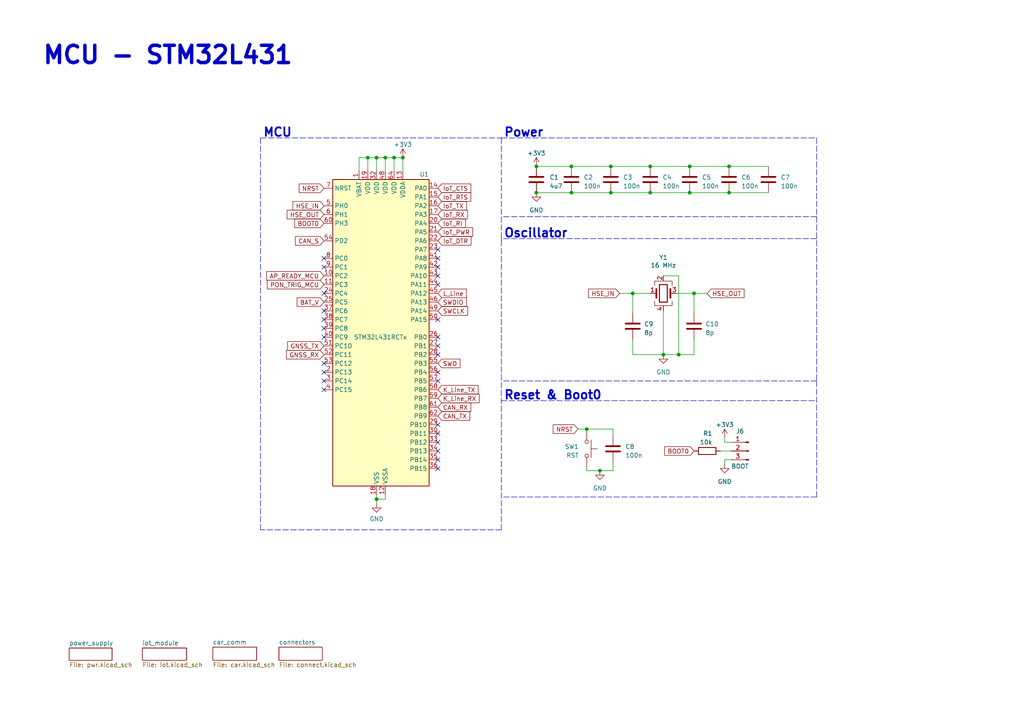
<source format=kicad_sch>
(kicad_sch (version 20230121) (generator eeschema)
  (paper "A4")
  (title_block (title "OBD Monitoring Device") (date "2023-02-27") (rev "1.0") (company "FEKT VUT"))
  (lib_symbols
    (symbol "Connector:Conn_01x03_Pin" (pin_names (offset 1.016) hide)
      (property "Reference" "J" (at 0 5.08 0))
      (property "Value" "Conn_01x03_Pin" (at 0 -5.08 0))
      (symbol "Conn_01x03_Pin_1_1"
        (polyline (pts (xy 1.27 -2.54) (xy 0.8636 -2.54)) (stroke (width 0.1524)))
        (polyline (pts (xy 1.27 0) (xy 0.8636 0)) (stroke (width 0.1524)))
        (polyline (pts (xy 1.27 2.54) (xy 0.8636 2.54)) (stroke (width 0.1524)))
        (rectangle (start 0.8636 -2.413) (end 0 -2.667) (stroke (width 0.1524)) (fill (type outline)))
        (rectangle (start 0.8636 0.127) (end 0 -0.127) (stroke (width 0.1524)) (fill (type outline)))
        (rectangle (start 0.8636 2.667) (end 0 2.413) (stroke (width 0.1524)) (fill (type outline)))
        (pin passive line (at 5.08 2.54 180) (length 3.81) (name "Pin_1") (number "1"))
        (pin passive line (at 5.08 0 180) (length 3.81) (name "Pin_2") (number "2"))
        (pin passive line (at 5.08 -2.54 180) (length 3.81) (name "Pin_3") (number "3"))
      )
    )
    (symbol "Device:C" (pin_numbers hide) (pin_names (offset 0.254))
      (property "Reference" "C" (at 0.635 2.54 0))
      (property "Value" "C" (at 0.635 -2.54 0))
      (symbol "C_0_1"
        (polyline (pts (xy -2.032 -0.762) (xy 2.032 -0.762)) (stroke (width 0.508)))
        (polyline (pts (xy -2.032 0.762) (xy 2.032 0.762)) (stroke (width 0.508)))
      )
      (symbol "C_1_1"
        (pin passive line (at 0 3.81 270) (length 2.794) (name "~") (number "1"))
        (pin passive line (at 0 -3.81 90) (length 2.794) (name "~") (number "2"))
      )
    )
    (symbol "Device:Crystal_GND24" (pin_names (offset 1.016) hide)
      (property "Reference" "Y" (at 3.175 5.08 0))
      (property "Value" "Crystal_GND24" (at 3.175 3.175 0))
      (symbol "Crystal_GND24_0_1"
        (rectangle (start -1.143 2.54) (end 1.143 -2.54) (stroke (width 0.3048)))
        (polyline (pts (xy -2.54 0) (xy -2.032 0)))
        (polyline (pts (xy -2.032 -1.27) (xy -2.032 1.27)) (stroke (width 0.508)))
        (polyline (pts (xy 0 -3.81) (xy 0 -3.556)))
        (polyline (pts (xy 0 3.556) (xy 0 3.81)))
        (polyline (pts (xy 2.032 -1.27) (xy 2.032 1.27)) (stroke (width 0.508)))
        (polyline (pts (xy 2.032 0) (xy 2.54 0)))
        (polyline (pts (xy -2.54 -2.286) (xy -2.54 -3.556) (xy 2.54 -3.556) (xy 2.54 -2.286)))
        (polyline (pts (xy -2.54 2.286) (xy -2.54 3.556) (xy 2.54 3.556) (xy 2.54 2.286)))
      )
      (symbol "Crystal_GND24_1_1"
        (pin passive line (at -3.81 0 0) (length 1.27) (name "1") (number "1"))
        (pin passive line (at 0 5.08 270) (length 1.27) (name "2") (number "2"))
        (pin passive line (at 3.81 0 180) (length 1.27) (name "3") (number "3"))
        (pin passive line (at 0 -5.08 90) (length 1.27) (name "4") (number "4"))
      )
    )
    (symbol "Device:R" (pin_numbers hide) (pin_names (offset 0))
      (property "Reference" "R" (at 2.032 0 90))
      (property "Value" "R" (at 0 0 90))
      (symbol "R_0_1"
        (rectangle (start -1.016 -2.54) (end 1.016 2.54) (stroke (width 0.254)))
      )
      (symbol "R_1_1"
        (pin passive line (at 0 3.81 270) (length 1.27) (name "~") (number "1"))
        (pin passive line (at 0 -3.81 90) (length 1.27) (name "~") (number "2"))
      )
    )
    (symbol "MCU_ST_STM32L4:STM32L431RCTx"
      (property "Reference" "U" (at -12.7 46.99 0))
      (property "Value" "STM32L431RCTx" (at 10.16 46.99 0))
      (symbol "STM32L431RCTx_0_1"
        (rectangle (start -12.7 -43.18) (end 15.24 45.72) (stroke (width 0.254)) (fill (type background)))
      )
      (symbol "STM32L431RCTx_1_1"
        (pin power_in line (at -5.08 48.26 270) (length 2.54) (name "VBAT") (number "1"))
        (pin bidirectional line (at -15.24 17.78 0) (length 2.54) (name "PC2") (number "10"))
        (pin bidirectional line (at -15.24 15.24 0) (length 2.54) (name "PC3") (number "11"))
        (pin power_in line (at 2.54 -45.72 90) (length 2.54) (name "VSSA") (number "12"))
        (pin power_in line (at 7.62 48.26 270) (length 2.54) (name "VDDA") (number "13"))
        (pin bidirectional line (at 17.78 43.18 180) (length 2.54) (name "PA0") (number "14"))
        (pin bidirectional line (at 17.78 40.64 180) (length 2.54) (name "PA1") (number "15"))
        (pin bidirectional line (at 17.78 38.1 180) (length 2.54) (name "PA2") (number "16"))
        (pin bidirectional line (at 17.78 35.56 180) (length 2.54) (name "PA3") (number "17"))
        (pin power_in line (at 0 -45.72 90) (length 2.54) (name "VSS") (number "18"))
        (pin power_in line (at -2.54 48.26 270) (length 2.54) (name "VDD") (number "19"))
        (pin bidirectional line (at -15.24 -10.16 0) (length 2.54) (name "PC13") (number "2"))
        (pin bidirectional line (at 17.78 33.02 180) (length 2.54) (name "PA4") (number "20"))
        (pin bidirectional line (at 17.78 30.48 180) (length 2.54) (name "PA5") (number "21"))
        (pin bidirectional line (at 17.78 27.94 180) (length 2.54) (name "PA6") (number "22"))
        (pin bidirectional line (at 17.78 25.4 180) (length 2.54) (name "PA7") (number "23"))
        (pin bidirectional line (at -15.24 12.7 0) (length 2.54) (name "PC4") (number "24"))
        (pin bidirectional line (at -15.24 10.16 0) (length 2.54) (name "PC5") (number "25"))
        (pin bidirectional line (at 17.78 0 180) (length 2.54) (name "PB0") (number "26"))
        (pin bidirectional line (at 17.78 -2.54 180) (length 2.54) (name "PB1") (number "27"))
        (pin bidirectional line (at 17.78 -5.08 180) (length 2.54) (name "PB2") (number "28"))
        (pin bidirectional line (at 17.78 -25.4 180) (length 2.54) (name "PB10") (number "29"))
        (pin bidirectional line (at -15.24 -12.7 0) (length 2.54) (name "PC14") (number "3"))
        (pin bidirectional line (at 17.78 -27.94 180) (length 2.54) (name "PB11") (number "30"))
        (pin passive line (at 0 -45.72 90) (length 2.54) hide (name "VSS") (number "31"))
        (pin power_in line (at 0 48.26 270) (length 2.54) (name "VDD") (number "32"))
        (pin bidirectional line (at 17.78 -30.48 180) (length 2.54) (name "PB12") (number "33"))
        (pin bidirectional line (at 17.78 -33.02 180) (length 2.54) (name "PB13") (number "34"))
        (pin bidirectional line (at 17.78 -35.56 180) (length 2.54) (name "PB14") (number "35"))
        (pin bidirectional line (at 17.78 -38.1 180) (length 2.54) (name "PB15") (number "36"))
        (pin bidirectional line (at -15.24 7.62 0) (length 2.54) (name "PC6") (number "37"))
        (pin bidirectional line (at -15.24 5.08 0) (length 2.54) (name "PC7") (number "38"))
        (pin bidirectional line (at -15.24 2.54 0) (length 2.54) (name "PC8") (number "39"))
        (pin bidirectional line (at -15.24 -15.24 0) (length 2.54) (name "PC15") (number "4"))
        (pin bidirectional line (at -15.24 0 0) (length 2.54) (name "PC9") (number "40"))
        (pin bidirectional line (at 17.78 22.86 180) (length 2.54) (name "PA8") (number "41"))
        (pin bidirectional line (at 17.78 20.32 180) (length 2.54) (name "PA9") (number "42"))
        (pin bidirectional line (at 17.78 17.78 180) (length 2.54) (name "PA10") (number "43"))
        (pin bidirectional line (at 17.78 15.24 180) (length 2.54) (name "PA11") (number "44"))
        (pin bidirectional line (at 17.78 12.7 180) (length 2.54) (name "PA12") (number "45"))
        (pin bidirectional line (at 17.78 10.16 180) (length 2.54) (name "PA13") (number "46"))
        (pin passive line (at 0 -45.72 90) (length 2.54) hide (name "VSS") (number "47"))
        (pin power_in line (at 2.54 48.26 270) (length 2.54) (name "VDD") (number "48"))
        (pin bidirectional line (at 17.78 7.62 180) (length 2.54) (name "PA14") (number "49"))
        (pin bidirectional line (at -15.24 38.1 0) (length 2.54) (name "PH0") (number "5"))
        (pin bidirectional line (at 17.78 5.08 180) (length 2.54) (name "PA15") (number "50"))
        (pin bidirectional line (at -15.24 -2.54 0) (length 2.54) (name "PC10") (number "51"))
        (pin bidirectional line (at -15.24 -5.08 0) (length 2.54) (name "PC11") (number "52"))
        (pin bidirectional line (at -15.24 -7.62 0) (length 2.54) (name "PC12") (number "53"))
        (pin bidirectional line (at -15.24 27.94 0) (length 2.54) (name "PD2") (number "54"))
        (pin bidirectional line (at 17.78 -7.62 180) (length 2.54) (name "PB3") (number "55"))
        (pin bidirectional line (at 17.78 -10.16 180) (length 2.54) (name "PB4") (number "56"))
        (pin bidirectional line (at 17.78 -12.7 180) (length 2.54) (name "PB5") (number "57"))
        (pin bidirectional line (at 17.78 -15.24 180) (length 2.54) (name "PB6") (number "58"))
        (pin bidirectional line (at 17.78 -17.78 180) (length 2.54) (name "PB7") (number "59"))
        (pin bidirectional line (at -15.24 35.56 0) (length 2.54) (name "PH1") (number "6"))
        (pin bidirectional line (at -15.24 33.02 0) (length 2.54) (name "PH3") (number "60"))
        (pin bidirectional line (at 17.78 -20.32 180) (length 2.54) (name "PB8") (number "61"))
        (pin bidirectional line (at 17.78 -22.86 180) (length 2.54) (name "PB9") (number "62"))
        (pin passive line (at 0 -45.72 90) (length 2.54) hide (name "VSS") (number "63"))
        (pin power_in line (at 5.08 48.26 270) (length 2.54) (name "VDD") (number "64"))
        (pin input line (at -15.24 43.18 0) (length 2.54) (name "NRST") (number "7"))
        (pin bidirectional line (at -15.24 22.86 0) (length 2.54) (name "PC0") (number "8"))
        (pin bidirectional line (at -15.24 20.32 0) (length 2.54) (name "PC1") (number "9"))
      )
    )
    (symbol "Switch:SW_Push" (pin_numbers hide) (pin_names (offset 1.016) hide)
      (property "Reference" "SW" (at 1.27 2.54 0))
      (property "Value" "SW_Push" (at 0 -1.524 0))
      (symbol "SW_Push_0_1"
        (circle (center -2.032 0) (radius 0.508))
        (polyline (pts (xy 0 1.27) (xy 0 3.048)))
        (polyline (pts (xy 2.54 1.27) (xy -2.54 1.27)))
        (circle (center 2.032 0) (radius 0.508))
        (pin passive line (at -5.08 0 0) (length 2.54) (name "1") (number "1"))
        (pin passive line (at 5.08 0 180) (length 2.54) (name "2") (number "2"))
      )
    )
    (symbol "power:+3V3" (power) (pin_names (offset 0))
      (property "Value" "+3V3" (at 0 3.556 0))
      (symbol "+3V3_0_1"
        (polyline (pts (xy -0.762 1.27) (xy 0 2.54)))
        (polyline (pts (xy 0 0) (xy 0 2.54)))
        (polyline (pts (xy 0 2.54) (xy 0.762 1.27)))
      )
      (symbol "+3V3_1_1"
        (pin power_in line (at 0 0 90) (length 0) hide (name "+3V3") (number "1"))
      )
    )
    (symbol "power:GND" (power) (pin_names (offset 0))
      (property "Value" "GND" (at 0 -3.81 0))
      (symbol "GND_0_1"
        (polyline (pts (xy 0 0) (xy 0 -1.27) (xy 1.27 -1.27) (xy 0 -2.54) (xy -1.27 -1.27) (xy 0 -1.27)))
      )
      (symbol "GND_1_1"
        (pin power_in line (at 0 0 270) (length 0) hide (name "GND") (number "1"))
      )
    )
  )
  (junction (at 165.735 55.88))
  (junction (at 188.595 48.26))
  (junction (at 109.22 45.72))
  (junction (at 155.575 48.26))
  (junction (at 183.515 85.09))
  (junction (at 200.025 48.26))
  (junction (at 188.595 55.88))
  (junction (at 196.85 102.87))
  (junction (at 155.575 55.88))
  (junction (at 165.735 48.26))
  (junction (at 192.405 102.87))
  (junction (at 114.3 45.72))
  (junction (at 173.99 136.525))
  (junction (at 109.22 144.78))
  (junction (at 170.18 124.46))
  (junction (at 116.84 45.72))
  (junction (at 211.455 55.88))
  (junction (at 211.455 48.26))
  (junction (at 200.025 55.88))
  (junction (at 111.76 45.72))
  (junction (at 201.295 85.09))
  (junction (at 177.165 48.26))
  (junction (at 106.68 45.72))
  (junction (at 177.165 55.88))
  (no_connect (at 127 123.19))
  (no_connect (at 93.98 74.93))
  (no_connect (at 127 74.93))
  (no_connect (at 127 92.71))
  (no_connect (at 127 72.39))
  (no_connect (at 127 107.95))
  (no_connect (at 127 80.01))
  (no_connect (at 93.98 90.17))
  (no_connect (at 93.98 110.49))
  (no_connect (at 127 125.73))
  (no_connect (at 93.98 97.79))
  (no_connect (at 93.98 77.47))
  (no_connect (at 93.98 105.41))
  (no_connect (at 127 110.49))
  (no_connect (at 127 102.87))
  (no_connect (at 127 135.89))
  (no_connect (at 127 130.81))
  (no_connect (at 127 100.33))
  (no_connect (at 93.98 85.09))
  (no_connect (at 93.98 92.71))
  (no_connect (at 127 77.47))
  (no_connect (at 127 82.55))
  (no_connect (at 127 97.79))
  (no_connect (at 127 133.35))
  (no_connect (at 93.98 113.03))
  (no_connect (at 93.98 107.95))
  (no_connect (at 93.98 95.25))
  (no_connect (at 127 128.27))
  (wire (pts (xy 106.68 45.72) (xy 109.22 45.72)))
  (polyline (pts (xy 145.415 69.215) (xy 145.415 69.85)))
  (wire (pts (xy 165.735 55.88) (xy 177.165 55.88)))
  (wire (pts (xy 200.025 55.88) (xy 211.455 55.88)))
  (wire (pts (xy 116.84 45.72) (xy 116.84 49.53)))
  (wire (pts (xy 167.64 124.46) (xy 170.18 124.46)))
  (wire (pts (xy 165.735 48.26) (xy 177.165 48.26)))
  (wire (pts (xy 188.595 48.26) (xy 200.025 48.26)))
  (wire (pts (xy 192.405 90.17) (xy 192.405 102.87)))
  (wire (pts (xy 201.295 85.09) (xy 205.105 85.09)))
  (polyline (pts (xy 236.855 144.145) (xy 145.415 144.145)) (stroke (width 0) (type dash)))
  (wire (pts (xy 104.14 45.72) (xy 106.68 45.72)))
  (wire (pts (xy 210.185 128.27) (xy 212.09 128.27)))
  (polyline (pts (xy 236.855 69.215) (xy 145.415 69.215)) (stroke (width 0) (type dash)))
  (wire (pts (xy 201.295 98.425) (xy 201.295 102.87)))
  (wire (pts (xy 200.025 48.26) (xy 211.455 48.26)))
  (wire (pts (xy 106.68 49.53) (xy 106.68 45.72)))
  (wire (pts (xy 196.85 102.87) (xy 201.295 102.87)))
  (polyline (pts (xy 145.415 153.67) (xy 75.565 153.67)) (stroke (width 0) (type dash)))
  (wire (pts (xy 114.3 45.72) (xy 114.3 49.53)))
  (wire (pts (xy 109.22 144.78) (xy 109.22 146.05)))
  (polyline (pts (xy 236.855 110.49) (xy 236.855 144.145)) (stroke (width 0) (type dash)))
  (wire (pts (xy 170.18 135.255) (xy 170.18 136.525)))
  (wire (pts (xy 183.515 85.09) (xy 188.595 85.09)))
  (wire (pts (xy 211.455 55.88) (xy 222.885 55.88)))
  (wire (pts (xy 111.76 45.72) (xy 114.3 45.72)))
  (polyline (pts (xy 75.565 40.005) (xy 75.565 153.67)) (stroke (width 0) (type dash)))
  (wire (pts (xy 155.575 55.88) (xy 165.735 55.88)))
  (wire (pts (xy 212.09 133.35) (xy 210.185 133.35)))
  (wire (pts (xy 183.515 85.09) (xy 183.515 90.805)))
  (polyline (pts (xy 236.855 40.005) (xy 236.855 62.865)) (stroke (width 0) (type dash)))
  (wire (pts (xy 192.405 102.87) (xy 196.85 102.87)))
  (wire (pts (xy 210.185 127) (xy 210.185 128.27)))
  (wire (pts (xy 173.99 136.525) (xy 177.8 136.525)))
  (wire (pts (xy 111.76 143.51) (xy 111.76 144.78)))
  (polyline (pts (xy 75.565 40.005) (xy 145.415 40.005)) (stroke (width 0) (type dash)))
  (wire (pts (xy 183.515 102.87) (xy 192.405 102.87)))
  (wire (pts (xy 109.22 45.72) (xy 109.22 49.53)))
  (wire (pts (xy 109.22 144.78) (xy 111.76 144.78)))
  (wire (pts (xy 104.14 49.53) (xy 104.14 45.72)))
  (wire (pts (xy 155.575 48.26) (xy 165.735 48.26)))
  (polyline (pts (xy 145.415 40.005) (xy 145.415 153.67)) (stroke (width 0) (type dash)))
  (wire (pts (xy 111.76 45.72) (xy 111.76 49.53)))
  (wire (pts (xy 201.295 85.09) (xy 201.295 90.805)))
  (polyline (pts (xy 145.415 40.005) (xy 236.855 40.005)) (stroke (width 0) (type dash)))
  (wire (pts (xy 210.185 133.35) (xy 210.185 134.62)))
  (polyline (pts (xy 145.415 116.205) (xy 236.855 116.205)) (stroke (width 0) (type dash)))
  (wire (pts (xy 208.915 130.81) (xy 212.09 130.81)))
  (wire (pts (xy 179.705 85.09) (xy 183.515 85.09)))
  (wire (pts (xy 177.165 48.26) (xy 188.595 48.26)))
  (polyline (pts (xy 236.855 110.49) (xy 145.415 110.49)) (stroke (width 0) (type dash)))
  (wire (pts (xy 109.22 143.51) (xy 109.22 144.78)))
  (polyline (pts (xy 236.855 62.865) (xy 145.415 62.865)) (stroke (width 0) (type dash)))
  (polyline (pts (xy 236.855 62.865) (xy 236.855 110.49)) (stroke (width 0) (type dash)))
  (wire (pts (xy 188.595 55.88) (xy 200.025 55.88)))
  (wire (pts (xy 183.515 98.425) (xy 183.515 102.87)))
  (wire (pts (xy 170.18 136.525) (xy 173.99 136.525)))
  (wire (pts (xy 192.405 80.01) (xy 196.85 80.01)))
  (wire (pts (xy 196.215 85.09) (xy 201.295 85.09)))
  (wire (pts (xy 114.3 45.72) (xy 116.84 45.72)))
  (wire (pts (xy 196.85 80.01) (xy 196.85 102.87)))
  (wire (pts (xy 177.165 55.88) (xy 188.595 55.88)))
  (wire (pts (xy 170.18 125.095) (xy 170.18 124.46)))
  (wire (pts (xy 177.8 126.365) (xy 177.8 124.46)))
  (wire (pts (xy 211.455 48.26) (xy 222.885 48.26)))
  (wire (pts (xy 177.8 133.985) (xy 177.8 136.525)))
  (wire (pts (xy 109.22 45.72) (xy 111.76 45.72)))
  (wire (pts (xy 170.18 124.46) (xy 177.8 124.46)))
  (text "MCU - STM32L431" (at 12.065 19.05 0) (effects (font (size 5 5) bold) (justify left bottom)))
  (text "Power" (at 146.05 40.005 0) (effects (font (size 2.5 2.5) bold) (justify left bottom)))
  (text "Oscillator" (at 146.05 69.215 0) (effects (font (size 2.5 2.5) bold) (justify left bottom)))
  (text "MCU" (at 76.2 40.005 0) (effects (font (size 2.5 2.5) bold) (justify left bottom)))
  (text "Reset & Boot0" (at 146.05 116.205 0) (effects (font (size 2.5 2.5) bold) (justify left bottom)))
  (global_label "SWDIO" (shape input) (at 127 87.63 0) (property "Intersheetrefs" "${INTERSHEET_REFS}" (effects hide)))
  (global_label "L_Line" (shape input) (at 127 85.09 0) (property "Intersheetrefs" "${INTERSHEET_REFS}" (effects hide)))
  (global_label "GNSS_TX" (shape input) (at 93.98 100.33 180) (property "Intersheetrefs" "${INTERSHEET_REFS}" (effects hide)))
  (global_label "SWO" (shape input) (at 127 105.41 0) (property "Intersheetrefs" "${INTERSHEET_REFS}" (effects hide)))
  (global_label "IoT_RI" (shape input) (at 127 64.77 0) (property "Intersheetrefs" "${INTERSHEET_REFS}" (effects hide)))
  (global_label "CAN_S" (shape input) (at 93.98 69.85 180) (property "Intersheetrefs" "${INTERSHEET_REFS}" (effects hide)))
  (global_label "K_Line_TX" (shape input) (at 127 113.03 0) (property "Intersheetrefs" "${INTERSHEET_REFS}" (effects hide)))
  (global_label "GNSS_RX" (shape input) (at 93.98 102.87 180) (property "Intersheetrefs" "${INTERSHEET_REFS}" (effects hide)))
  (global_label "SWCLK" (shape input) (at 127 90.17 0) (property "Intersheetrefs" "${INTERSHEET_REFS}" (effects hide)))
  (global_label "IoT_CTS" (shape input) (at 127 54.61 0) (property "Intersheetrefs" "${INTERSHEET_REFS}" (effects hide)))
  (global_label "IoT_PWR" (shape input) (at 127 67.31 0) (property "Intersheetrefs" "${INTERSHEET_REFS}" (effects hide)))
  (global_label "BAT_V" (shape input) (at 93.98 87.63 180) (property "Intersheetrefs" "${INTERSHEET_REFS}" (effects hide)))
  (global_label "CAN_RX" (shape input) (at 127 118.11 0) (property "Intersheetrefs" "${INTERSHEET_REFS}" (effects hide)))
  (global_label "HSE_IN" (shape input) (at 179.705 85.09 180) (property "Intersheetrefs" "${INTERSHEET_REFS}" (effects hide)))
  (global_label "IoT_RX" (shape input) (at 127 62.23 0) (property "Intersheetrefs" "${INTERSHEET_REFS}" (effects hide)))
  (global_label "HSE_OUT" (shape input) (at 205.105 85.09 0) (property "Intersheetrefs" "${INTERSHEET_REFS}" (effects hide)))
  (global_label "PON_TRIG_MCU" (shape input) (at 93.98 82.55 180) (property "Intersheetrefs" "${INTERSHEET_REFS}" (effects hide)))
  (global_label "AP_READY_MCU" (shape input) (at 93.98 80.01 180) (property "Intersheetrefs" "${INTERSHEET_REFS}" (effects hide)))
  (global_label "IoT_RTS" (shape input) (at 127 57.15 0) (property "Intersheetrefs" "${INTERSHEET_REFS}" (effects hide)))
  (global_label "HSE_OUT" (shape input) (at 93.98 62.23 180) (property "Intersheetrefs" "${INTERSHEET_REFS}" (effects hide)))
  (global_label "HSE_IN" (shape input) (at 93.98 59.69 180) (property "Intersheetrefs" "${INTERSHEET_REFS}" (effects hide)))
  (global_label "BOOT0" (shape input) (at 93.98 64.77 180) (property "Intersheetrefs" "${INTERSHEET_REFS}" (effects hide)))
  (global_label "NRST" (shape input) (at 93.98 54.61 180) (property "Intersheetrefs" "${INTERSHEET_REFS}" (effects hide)))
  (global_label "IoT_DTR" (shape input) (at 127 69.85 0) (property "Intersheetrefs" "${INTERSHEET_REFS}" (effects hide)))
  (global_label "IoT_TX" (shape input) (at 127 59.69 0) (property "Intersheetrefs" "${INTERSHEET_REFS}" (effects hide)))
  (global_label "NRST" (shape input) (at 167.64 124.46 180) (property "Intersheetrefs" "${INTERSHEET_REFS}" (effects hide)))
  (global_label "BOOT0" (shape input) (at 201.295 130.81 180) (property "Intersheetrefs" "${INTERSHEET_REFS}" (effects hide)))
  (global_label "K_Line_RX" (shape input) (at 127 115.57 0) (property "Intersheetrefs" "${INTERSHEET_REFS}" (effects hide)))
  (global_label "CAN_TX" (shape input) (at 127 120.65 0) (property "Intersheetrefs" "${INTERSHEET_REFS}" (effects hide)))
  (symbol (lib_id "power:GND") (at 192.405 102.87 0) (unit 1)
    (property "Reference" "#PWR05" (effects hide))
    (property "Value" "GND" (at 192.405 107.95 0))
  )
  (symbol (lib_id "MCU_ST_STM32L4:STM32L431RCTx") (at 109.22 97.79 0) (unit 1)
    (property "Reference" "U1" (at 121.666 50.546 0) (effects (justify left)))
    (property "Value" "STM32L431RCTx" (at 102.616 97.79 0) (effects (justify left)))
    (property "Footprint" "Package_QFP:LQFP-64_10x10mm_P0.5mm" (effects hide))
    (property "Datasheet" "https://www.st.com/resource/en/datasheet/stm32l431rc.pdf" (effects hide))
  )
  (symbol (lib_id "Device:C") (at 222.885 52.07 0) (unit 1)
    (property "Reference" "C7" (at 226.441 51.435 0) (effects (justify left)))
    (property "Value" "100n" (at 226.441 53.975 0) (effects (justify left)))
    (property "Footprint" "Capacitor_SMD:C_0402_1005Metric" (effects hide))
  )
  (symbol (lib_id "power:GND") (at 173.99 136.525 0) (unit 1)
    (property "Reference" "#PWR04" (effects hide))
    (property "Value" "GND" (at 173.99 141.605 0))
  )
  (symbol (lib_id "Device:C") (at 177.165 52.07 0) (unit 1)
    (property "Reference" "C3" (at 180.721 51.435 0) (effects (justify left)))
    (property "Value" "100n" (at 180.721 53.975 0) (effects (justify left)))
    (property "Footprint" "Capacitor_SMD:C_0402_1005Metric" (effects hide))
  )
  (symbol (lib_id "Device:C") (at 165.735 52.07 0) (unit 1)
    (property "Reference" "C2" (at 169.291 51.435 0) (effects (justify left)))
    (property "Value" "100n" (at 169.291 53.975 0) (effects (justify left)))
    (property "Footprint" "Capacitor_SMD:C_0402_1005Metric" (effects hide))
  )
  (symbol (lib_id "Device:C") (at 201.295 94.615 0) (unit 1)
    (property "Reference" "C10" (at 204.597 93.98 0) (effects (justify left)))
    (property "Value" "8p" (at 204.597 96.52 0) (effects (justify left)))
    (property "Footprint" "Capacitor_SMD:C_0402_1005Metric_Pad0.74x0.62mm_HandSolder" (effects hide))
  )
  (symbol (lib_id "Device:C") (at 211.455 52.07 0) (unit 1)
    (property "Reference" "C6" (at 215.011 51.435 0) (effects (justify left)))
    (property "Value" "100n" (at 215.011 53.975 0) (effects (justify left)))
    (property "Footprint" "Capacitor_SMD:C_0402_1005Metric" (effects hide))
  )
  (symbol (lib_id "Device:R") (at 205.105 130.81 90) (unit 1)
    (property "Reference" "R1" (at 206.629 125.73 90) (effects (justify left)))
    (property "Value" "10k" (at 206.629 128.27 90) (effects (justify left)))
    (property "Footprint" "Resistor_SMD:R_0402_1005Metric" (effects hide))
  )
  (symbol (lib_id "Device:C") (at 177.8 130.175 0) (unit 1)
    (property "Reference" "C8" (at 181.356 129.54 0) (effects (justify left)))
    (property "Value" "100n" (at 181.356 132.08 0) (effects (justify left)))
    (property "Footprint" "Capacitor_SMD:C_0402_1005Metric" (effects hide))
  )
  (symbol (lib_id "Device:C") (at 155.575 52.07 0) (unit 1)
    (property "Reference" "C1" (at 159.385 51.435 0) (effects (justify left)))
    (property "Value" "4u7" (at 159.385 53.975 0) (effects (justify left)))
    (property "Footprint" "Capacitor_SMD:C_0603_1608Metric" (effects hide))
  )
  (symbol (lib_id "Device:C") (at 188.595 52.07 0) (unit 1)
    (property "Reference" "C4" (at 192.151 51.435 0) (effects (justify left)))
    (property "Value" "100n" (at 192.151 53.975 0) (effects (justify left)))
    (property "Footprint" "Capacitor_SMD:C_0402_1005Metric" (effects hide))
  )
  (symbol (lib_id "power:GND") (at 155.575 55.88 0) (unit 1)
    (property "Reference" "#PWR02" (effects hide))
    (property "Value" "GND" (at 155.575 60.96 0))
  )
  (symbol (lib_id "Device:C") (at 183.515 94.615 0) (unit 1)
    (property "Reference" "C9" (at 186.817 93.98 0) (effects (justify left)))
    (property "Value" "8p" (at 186.817 96.52 0) (effects (justify left)))
    (property "Footprint" "Capacitor_SMD:C_0402_1005Metric_Pad0.74x0.62mm_HandSolder" (effects hide))
  )
  (symbol (lib_id "power:GND") (at 210.185 134.62 0) (unit 1)
    (property "Reference" "#PWR06" (effects hide))
    (property "Value" "GND" (at 210.185 139.7 0))
  )
  (symbol (lib_id "Device:C") (at 200.025 52.07 0) (unit 1)
    (property "Reference" "C5" (at 203.581 51.435 0) (effects (justify left)))
    (property "Value" "100n" (at 203.581 53.975 0) (effects (justify left)))
    (property "Footprint" "Capacitor_SMD:C_0402_1005Metric" (effects hide))
  )
  (symbol (lib_id "power:GND") (at 109.22 146.05 0) (unit 1)
    (property "Reference" "#PWR01" (effects hide))
    (property "Value" "GND" (at 109.22 150.495 0))
  )
  (symbol (lib_id "Connector:Conn_01x03_Pin") (at 217.17 130.81 0) (mirror y) (unit 1)
    (property "Reference" "J6" (at 214.63 125.095 0))
    (property "Value" "BOOT" (at 214.63 135.255 0))
    (property "Footprint" "Connector_PinHeader_2.54mm:PinHeader_1x03_P2.54mm_Vertical" (effects hide))
  )
  (symbol (lib_id "power:+3V3") (at 210.185 127 0) (unit 1)
    (property "Reference" "#PWR07" (effects hide))
    (property "Value" "+3V3" (at 210.185 123.19 0))
  )
  (symbol (lib_id "power:+3V3") (at 116.84 45.72 0) (unit 1)
    (property "Reference" "#PWR022" (effects hide))
    (property "Value" "+3V3" (at 116.84 41.91 0))
  )
  (symbol (lib_id "Device:Crystal_GND24") (at 192.405 85.09 0) (unit 1)
    (property "Reference" "Y1" (at 192.405 74.676 0))
    (property "Value" "16 MHz" (at 192.405 76.962 0))
    (property "Footprint" "Crystal:Crystal_SMD_3225-4Pin_3.2x2.5mm" (effects hide))
  )
  (symbol (lib_id "power:+3V3") (at 155.575 48.26 0) (unit 1)
    (property "Reference" "#PWR03" (effects hide))
    (property "Value" "+3V3" (at 155.575 44.45 0))
  )
  (symbol (lib_id "Switch:SW_Push") (at 170.18 130.175 270) (mirror x) (unit 1)
    (property "Reference" "SW1" (at 167.894 129.54 90) (effects (justify right)))
    (property "Value" "RST" (at 167.894 132.08 90) (effects (justify right)))
    (property "Footprint" "tme_library:XKB_TS_1187A" (effects hide))
  )
  (sheet (at 80.899 187.706) (size 12.573 3.81) (stroke (width 0.1524))
    (property "Sheetname" "connectors" (at 80.899 186.9944 0) (effects (justify left bottom)))
    (property "Sheetfile" "connect.kicad_sch" (at 80.899 192.1006 0) (effects (justify left top)))
  )
  (sheet (at 61.722 187.706) (size 12.7 3.81) (stroke (width 0.1524))
    (property "Sheetname" "car_comm" (at 61.722 186.9944 0) (effects (justify left bottom)))
    (property "Sheetfile" "car.kicad_sch" (at 61.722 192.1006 0) (effects (justify left top)))
  )
  (sheet (at 41.275 187.96) (size 12.827 3.556) (stroke (width 0.1524))
    (property "Sheetname" "iot_module" (at 41.275 187.2484 0) (effects (justify left bottom)))
    (property "Sheetfile" "iot.kicad_sch" (at 41.275 192.1006 0) (effects (justify left top)))
  )
  (sheet (at 20.066 187.96) (size 12.446 3.556) (stroke (width 0.1524))
    (property "Sheetname" "power_supply" (at 20.066 187.2484 0) (effects (justify left bottom)))
    (property "Sheetfile" "pwr.kicad_sch" (at 20.066 192.1006 0) (effects (justify left top)))
  )
)
</source>
